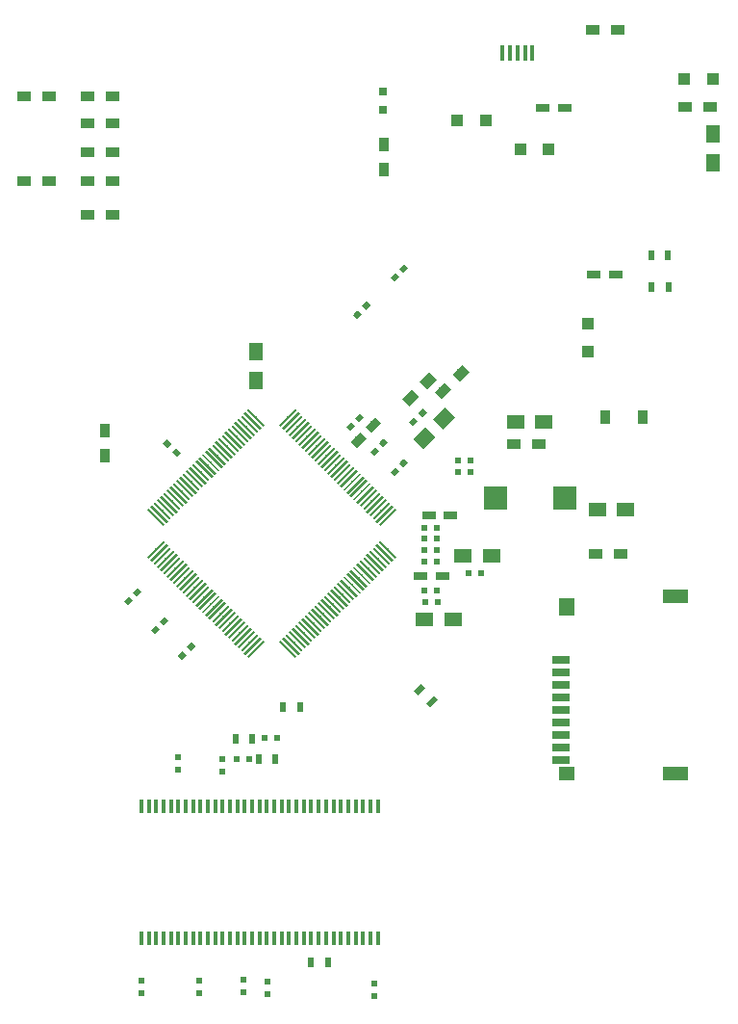
<source format=gtp>
G04 #@! TF.GenerationSoftware,KiCad,Pcbnew,(2017-06-28 revision 2237de015)-makepkg*
G04 #@! TF.CreationDate,2017-08-27T19:53:26+05:30*
G04 #@! TF.ProjectId,MyIMX233,4D79494D583233332E6B696361645F70,rev?*
G04 #@! TF.SameCoordinates,Original
G04 #@! TF.FileFunction,Paste,Top*
G04 #@! TF.FilePolarity,Positive*
%FSLAX46Y46*%
G04 Gerber Fmt 4.6, Leading zero omitted, Abs format (unit mm)*
G04 Created by KiCad (PCBNEW (2017-06-28 revision 2237de015)-makepkg) date 08/27/17 19:53:26*
%MOMM*%
%LPD*%
G01*
G04 APERTURE LIST*
%ADD10C,0.100000*%
%ADD11R,0.500000X0.900000*%
%ADD12R,1.200000X0.900000*%
%ADD13R,1.000000X1.000000*%
%ADD14R,1.200000X0.750000*%
%ADD15R,0.900000X1.200000*%
%ADD16C,0.500000*%
%ADD17R,1.600000X0.700000*%
%ADD18R,1.400000X1.200000*%
%ADD19R,1.400000X1.600000*%
%ADD20R,2.200000X1.200000*%
%ADD21C,0.200000*%
%ADD22R,0.400000X1.350000*%
%ADD23R,0.800000X0.800000*%
%ADD24R,0.600000X0.500000*%
%ADD25C,0.750000*%
%ADD26R,1.250000X1.500000*%
%ADD27C,0.900000*%
%ADD28R,1.500000X1.250000*%
%ADD29R,0.320040X1.168400*%
%ADD30R,1.998980X1.998980*%
%ADD31R,0.500000X0.600000*%
%ADD32C,1.250000*%
G04 APERTURE END LIST*
D10*
D11*
X99492500Y-114173000D03*
X97992500Y-114173000D03*
D12*
X133393000Y-61404500D03*
X135593000Y-61404500D03*
X118280000Y-91084400D03*
X120480000Y-91084400D03*
D13*
X135806500Y-58928000D03*
X133306500Y-58928000D03*
D14*
X127254000Y-76136500D03*
X125354000Y-76136500D03*
D12*
X127465000Y-54610000D03*
X125265000Y-54610000D03*
D15*
X126366000Y-88646000D03*
X129666000Y-88646000D03*
D16*
X110023170Y-112626670D03*
D10*
G36*
X109528195Y-112768091D02*
X110164591Y-112131695D01*
X110518145Y-112485249D01*
X109881749Y-113121645D01*
X109528195Y-112768091D01*
X109528195Y-112768091D01*
G37*
D16*
X111083830Y-113687330D03*
D10*
G36*
X110588855Y-113828751D02*
X111225251Y-113192355D01*
X111578805Y-113545909D01*
X110942409Y-114182305D01*
X110588855Y-113828751D01*
X110588855Y-113828751D01*
G37*
D11*
X101969000Y-136588500D03*
X100469000Y-136588500D03*
D17*
X122428000Y-112225000D03*
X122428000Y-111125000D03*
X122428000Y-110025000D03*
X122428000Y-113325000D03*
X122428000Y-114425000D03*
X122428000Y-115525000D03*
X122428000Y-117725000D03*
X122428000Y-116625000D03*
X122428000Y-118825000D03*
D18*
X122928000Y-119975000D03*
D19*
X122928000Y-105375000D03*
D20*
X132528000Y-119975000D03*
X132528000Y-104475000D03*
D21*
X98410464Y-88718912D03*
D10*
G36*
X97774068Y-89496729D02*
X97632647Y-89355308D01*
X99046860Y-87941095D01*
X99188281Y-88082516D01*
X97774068Y-89496729D01*
X97774068Y-89496729D01*
G37*
D21*
X98693306Y-89001755D03*
D10*
G36*
X98056910Y-89779572D02*
X97915489Y-89638151D01*
X99329702Y-88223938D01*
X99471123Y-88365359D01*
X98056910Y-89779572D01*
X98056910Y-89779572D01*
G37*
D21*
X98976149Y-89284598D03*
D10*
G36*
X98339753Y-90062415D02*
X98198332Y-89920994D01*
X99612545Y-88506781D01*
X99753966Y-88648202D01*
X98339753Y-90062415D01*
X98339753Y-90062415D01*
G37*
D21*
X99258992Y-89567440D03*
D10*
G36*
X98622596Y-90345257D02*
X98481175Y-90203836D01*
X99895388Y-88789623D01*
X100036809Y-88931044D01*
X98622596Y-90345257D01*
X98622596Y-90345257D01*
G37*
D21*
X99541834Y-89850283D03*
D10*
G36*
X98905438Y-90628100D02*
X98764017Y-90486679D01*
X100178230Y-89072466D01*
X100319651Y-89213887D01*
X98905438Y-90628100D01*
X98905438Y-90628100D01*
G37*
D21*
X99824677Y-90133126D03*
D10*
G36*
X99188281Y-90910943D02*
X99046860Y-90769522D01*
X100461073Y-89355309D01*
X100602494Y-89496730D01*
X99188281Y-90910943D01*
X99188281Y-90910943D01*
G37*
D21*
X100107520Y-90415969D03*
D10*
G36*
X99471124Y-91193786D02*
X99329703Y-91052365D01*
X100743916Y-89638152D01*
X100885337Y-89779573D01*
X99471124Y-91193786D01*
X99471124Y-91193786D01*
G37*
D21*
X100390363Y-90698811D03*
D10*
G36*
X99753967Y-91476628D02*
X99612546Y-91335207D01*
X101026759Y-89920994D01*
X101168180Y-90062415D01*
X99753967Y-91476628D01*
X99753967Y-91476628D01*
G37*
D21*
X100673205Y-90981654D03*
D10*
G36*
X100036809Y-91759471D02*
X99895388Y-91618050D01*
X101309601Y-90203837D01*
X101451022Y-90345258D01*
X100036809Y-91759471D01*
X100036809Y-91759471D01*
G37*
D21*
X100956048Y-91264497D03*
D10*
G36*
X100319652Y-92042314D02*
X100178231Y-91900893D01*
X101592444Y-90486680D01*
X101733865Y-90628101D01*
X100319652Y-92042314D01*
X100319652Y-92042314D01*
G37*
D21*
X101238891Y-91547339D03*
D10*
G36*
X100602495Y-92325156D02*
X100461074Y-92183735D01*
X101875287Y-90769522D01*
X102016708Y-90910943D01*
X100602495Y-92325156D01*
X100602495Y-92325156D01*
G37*
D21*
X101521733Y-91830182D03*
D10*
G36*
X100885337Y-92607999D02*
X100743916Y-92466578D01*
X102158129Y-91052365D01*
X102299550Y-91193786D01*
X100885337Y-92607999D01*
X100885337Y-92607999D01*
G37*
D21*
X101804576Y-92113025D03*
D10*
G36*
X101168180Y-92890842D02*
X101026759Y-92749421D01*
X102440972Y-91335208D01*
X102582393Y-91476629D01*
X101168180Y-92890842D01*
X101168180Y-92890842D01*
G37*
D21*
X102087419Y-92395868D03*
D10*
G36*
X101451023Y-93173685D02*
X101309602Y-93032264D01*
X102723815Y-91618051D01*
X102865236Y-91759472D01*
X101451023Y-93173685D01*
X101451023Y-93173685D01*
G37*
D21*
X102370262Y-92678710D03*
D10*
G36*
X101733866Y-93456527D02*
X101592445Y-93315106D01*
X103006658Y-91900893D01*
X103148079Y-92042314D01*
X101733866Y-93456527D01*
X101733866Y-93456527D01*
G37*
D21*
X102653104Y-92961553D03*
D10*
G36*
X102016708Y-93739370D02*
X101875287Y-93597949D01*
X103289500Y-92183736D01*
X103430921Y-92325157D01*
X102016708Y-93739370D01*
X102016708Y-93739370D01*
G37*
D21*
X102935947Y-93244396D03*
D10*
G36*
X102299551Y-94022213D02*
X102158130Y-93880792D01*
X103572343Y-92466579D01*
X103713764Y-92608000D01*
X102299551Y-94022213D01*
X102299551Y-94022213D01*
G37*
D21*
X103218790Y-93527238D03*
D10*
G36*
X102582394Y-94305055D02*
X102440973Y-94163634D01*
X103855186Y-92749421D01*
X103996607Y-92890842D01*
X102582394Y-94305055D01*
X102582394Y-94305055D01*
G37*
D21*
X103501632Y-93810081D03*
D10*
G36*
X102865236Y-94587898D02*
X102723815Y-94446477D01*
X104138028Y-93032264D01*
X104279449Y-93173685D01*
X102865236Y-94587898D01*
X102865236Y-94587898D01*
G37*
D21*
X103784475Y-94092924D03*
D10*
G36*
X103148079Y-94870741D02*
X103006658Y-94729320D01*
X104420871Y-93315107D01*
X104562292Y-93456528D01*
X103148079Y-94870741D01*
X103148079Y-94870741D01*
G37*
D21*
X104067318Y-94375767D03*
D10*
G36*
X103430922Y-95153584D02*
X103289501Y-95012163D01*
X104703714Y-93597950D01*
X104845135Y-93739371D01*
X103430922Y-95153584D01*
X103430922Y-95153584D01*
G37*
D21*
X104350161Y-94658609D03*
D10*
G36*
X103713765Y-95436426D02*
X103572344Y-95295005D01*
X104986557Y-93880792D01*
X105127978Y-94022213D01*
X103713765Y-95436426D01*
X103713765Y-95436426D01*
G37*
D21*
X104633003Y-94941452D03*
D10*
G36*
X103996607Y-95719269D02*
X103855186Y-95577848D01*
X105269399Y-94163635D01*
X105410820Y-94305056D01*
X103996607Y-95719269D01*
X103996607Y-95719269D01*
G37*
D21*
X104915846Y-95224295D03*
D10*
G36*
X104279450Y-96002112D02*
X104138029Y-95860691D01*
X105552242Y-94446478D01*
X105693663Y-94587899D01*
X104279450Y-96002112D01*
X104279450Y-96002112D01*
G37*
D21*
X105198689Y-95507137D03*
D10*
G36*
X104562293Y-96284954D02*
X104420872Y-96143533D01*
X105835085Y-94729320D01*
X105976506Y-94870741D01*
X104562293Y-96284954D01*
X104562293Y-96284954D01*
G37*
D21*
X105481531Y-95789980D03*
D10*
G36*
X104845135Y-96567797D02*
X104703714Y-96426376D01*
X106117927Y-95012163D01*
X106259348Y-95153584D01*
X104845135Y-96567797D01*
X104845135Y-96567797D01*
G37*
D21*
X105764374Y-96072823D03*
D10*
G36*
X105127978Y-96850640D02*
X104986557Y-96709219D01*
X106400770Y-95295006D01*
X106542191Y-95436427D01*
X105127978Y-96850640D01*
X105127978Y-96850640D01*
G37*
D21*
X106047217Y-96355666D03*
D10*
G36*
X105410821Y-97133483D02*
X105269400Y-96992062D01*
X106683613Y-95577849D01*
X106825034Y-95719270D01*
X105410821Y-97133483D01*
X105410821Y-97133483D01*
G37*
D21*
X106330060Y-96638508D03*
D10*
G36*
X105693664Y-97416325D02*
X105552243Y-97274904D01*
X106966456Y-95860691D01*
X107107877Y-96002112D01*
X105693664Y-97416325D01*
X105693664Y-97416325D01*
G37*
D21*
X106612902Y-96921351D03*
D10*
G36*
X105976506Y-97699168D02*
X105835085Y-97557747D01*
X107249298Y-96143534D01*
X107390719Y-96284955D01*
X105976506Y-97699168D01*
X105976506Y-97699168D01*
G37*
D21*
X106895745Y-97204194D03*
D10*
G36*
X106259349Y-97982011D02*
X106117928Y-97840590D01*
X107532141Y-96426377D01*
X107673562Y-96567798D01*
X106259349Y-97982011D01*
X106259349Y-97982011D01*
G37*
D21*
X107178588Y-97487036D03*
D10*
G36*
X106542192Y-98264853D02*
X106400771Y-98123432D01*
X107814984Y-96709219D01*
X107956405Y-96850640D01*
X106542192Y-98264853D01*
X106542192Y-98264853D01*
G37*
D21*
X107178588Y-100315464D03*
D10*
G36*
X106400771Y-99679068D02*
X106542192Y-99537647D01*
X107956405Y-100951860D01*
X107814984Y-101093281D01*
X106400771Y-99679068D01*
X106400771Y-99679068D01*
G37*
D21*
X106895745Y-100598306D03*
D10*
G36*
X106117928Y-99961910D02*
X106259349Y-99820489D01*
X107673562Y-101234702D01*
X107532141Y-101376123D01*
X106117928Y-99961910D01*
X106117928Y-99961910D01*
G37*
D21*
X106612902Y-100881149D03*
D10*
G36*
X105835085Y-100244753D02*
X105976506Y-100103332D01*
X107390719Y-101517545D01*
X107249298Y-101658966D01*
X105835085Y-100244753D01*
X105835085Y-100244753D01*
G37*
D21*
X106330060Y-101163992D03*
D10*
G36*
X105552243Y-100527596D02*
X105693664Y-100386175D01*
X107107877Y-101800388D01*
X106966456Y-101941809D01*
X105552243Y-100527596D01*
X105552243Y-100527596D01*
G37*
D21*
X106047217Y-101446834D03*
D10*
G36*
X105269400Y-100810438D02*
X105410821Y-100669017D01*
X106825034Y-102083230D01*
X106683613Y-102224651D01*
X105269400Y-100810438D01*
X105269400Y-100810438D01*
G37*
D21*
X105764374Y-101729677D03*
D10*
G36*
X104986557Y-101093281D02*
X105127978Y-100951860D01*
X106542191Y-102366073D01*
X106400770Y-102507494D01*
X104986557Y-101093281D01*
X104986557Y-101093281D01*
G37*
D21*
X105481531Y-102012520D03*
D10*
G36*
X104703714Y-101376124D02*
X104845135Y-101234703D01*
X106259348Y-102648916D01*
X106117927Y-102790337D01*
X104703714Y-101376124D01*
X104703714Y-101376124D01*
G37*
D21*
X105198689Y-102295363D03*
D10*
G36*
X104420872Y-101658967D02*
X104562293Y-101517546D01*
X105976506Y-102931759D01*
X105835085Y-103073180D01*
X104420872Y-101658967D01*
X104420872Y-101658967D01*
G37*
D21*
X104915846Y-102578205D03*
D10*
G36*
X104138029Y-101941809D02*
X104279450Y-101800388D01*
X105693663Y-103214601D01*
X105552242Y-103356022D01*
X104138029Y-101941809D01*
X104138029Y-101941809D01*
G37*
D21*
X104633003Y-102861048D03*
D10*
G36*
X103855186Y-102224652D02*
X103996607Y-102083231D01*
X105410820Y-103497444D01*
X105269399Y-103638865D01*
X103855186Y-102224652D01*
X103855186Y-102224652D01*
G37*
D21*
X104350161Y-103143891D03*
D10*
G36*
X103572344Y-102507495D02*
X103713765Y-102366074D01*
X105127978Y-103780287D01*
X104986557Y-103921708D01*
X103572344Y-102507495D01*
X103572344Y-102507495D01*
G37*
D21*
X104067318Y-103426733D03*
D10*
G36*
X103289501Y-102790337D02*
X103430922Y-102648916D01*
X104845135Y-104063129D01*
X104703714Y-104204550D01*
X103289501Y-102790337D01*
X103289501Y-102790337D01*
G37*
D21*
X103784475Y-103709576D03*
D10*
G36*
X103006658Y-103073180D02*
X103148079Y-102931759D01*
X104562292Y-104345972D01*
X104420871Y-104487393D01*
X103006658Y-103073180D01*
X103006658Y-103073180D01*
G37*
D21*
X103501632Y-103992419D03*
D10*
G36*
X102723815Y-103356023D02*
X102865236Y-103214602D01*
X104279449Y-104628815D01*
X104138028Y-104770236D01*
X102723815Y-103356023D01*
X102723815Y-103356023D01*
G37*
D21*
X103218790Y-104275262D03*
D10*
G36*
X102440973Y-103638866D02*
X102582394Y-103497445D01*
X103996607Y-104911658D01*
X103855186Y-105053079D01*
X102440973Y-103638866D01*
X102440973Y-103638866D01*
G37*
D21*
X102935947Y-104558104D03*
D10*
G36*
X102158130Y-103921708D02*
X102299551Y-103780287D01*
X103713764Y-105194500D01*
X103572343Y-105335921D01*
X102158130Y-103921708D01*
X102158130Y-103921708D01*
G37*
D21*
X102653104Y-104840947D03*
D10*
G36*
X101875287Y-104204551D02*
X102016708Y-104063130D01*
X103430921Y-105477343D01*
X103289500Y-105618764D01*
X101875287Y-104204551D01*
X101875287Y-104204551D01*
G37*
D21*
X102370262Y-105123790D03*
D10*
G36*
X101592445Y-104487394D02*
X101733866Y-104345973D01*
X103148079Y-105760186D01*
X103006658Y-105901607D01*
X101592445Y-104487394D01*
X101592445Y-104487394D01*
G37*
D21*
X102087419Y-105406632D03*
D10*
G36*
X101309602Y-104770236D02*
X101451023Y-104628815D01*
X102865236Y-106043028D01*
X102723815Y-106184449D01*
X101309602Y-104770236D01*
X101309602Y-104770236D01*
G37*
D21*
X101804576Y-105689475D03*
D10*
G36*
X101026759Y-105053079D02*
X101168180Y-104911658D01*
X102582393Y-106325871D01*
X102440972Y-106467292D01*
X101026759Y-105053079D01*
X101026759Y-105053079D01*
G37*
D21*
X101521733Y-105972318D03*
D10*
G36*
X100743916Y-105335922D02*
X100885337Y-105194501D01*
X102299550Y-106608714D01*
X102158129Y-106750135D01*
X100743916Y-105335922D01*
X100743916Y-105335922D01*
G37*
D21*
X101238891Y-106255161D03*
D10*
G36*
X100461074Y-105618765D02*
X100602495Y-105477344D01*
X102016708Y-106891557D01*
X101875287Y-107032978D01*
X100461074Y-105618765D01*
X100461074Y-105618765D01*
G37*
D21*
X100956048Y-106538003D03*
D10*
G36*
X100178231Y-105901607D02*
X100319652Y-105760186D01*
X101733865Y-107174399D01*
X101592444Y-107315820D01*
X100178231Y-105901607D01*
X100178231Y-105901607D01*
G37*
D21*
X100673205Y-106820846D03*
D10*
G36*
X99895388Y-106184450D02*
X100036809Y-106043029D01*
X101451022Y-107457242D01*
X101309601Y-107598663D01*
X99895388Y-106184450D01*
X99895388Y-106184450D01*
G37*
D21*
X100390363Y-107103689D03*
D10*
G36*
X99612546Y-106467293D02*
X99753967Y-106325872D01*
X101168180Y-107740085D01*
X101026759Y-107881506D01*
X99612546Y-106467293D01*
X99612546Y-106467293D01*
G37*
D21*
X100107520Y-107386531D03*
D10*
G36*
X99329703Y-106750135D02*
X99471124Y-106608714D01*
X100885337Y-108022927D01*
X100743916Y-108164348D01*
X99329703Y-106750135D01*
X99329703Y-106750135D01*
G37*
D21*
X99824677Y-107669374D03*
D10*
G36*
X99046860Y-107032978D02*
X99188281Y-106891557D01*
X100602494Y-108305770D01*
X100461073Y-108447191D01*
X99046860Y-107032978D01*
X99046860Y-107032978D01*
G37*
D21*
X99541834Y-107952217D03*
D10*
G36*
X98764017Y-107315821D02*
X98905438Y-107174400D01*
X100319651Y-108588613D01*
X100178230Y-108730034D01*
X98764017Y-107315821D01*
X98764017Y-107315821D01*
G37*
D21*
X99258992Y-108235060D03*
D10*
G36*
X98481175Y-107598664D02*
X98622596Y-107457243D01*
X100036809Y-108871456D01*
X99895388Y-109012877D01*
X98481175Y-107598664D01*
X98481175Y-107598664D01*
G37*
D21*
X98976149Y-108517902D03*
D10*
G36*
X98198332Y-107881506D02*
X98339753Y-107740085D01*
X99753966Y-109154298D01*
X99612545Y-109295719D01*
X98198332Y-107881506D01*
X98198332Y-107881506D01*
G37*
D21*
X98693306Y-108800745D03*
D10*
G36*
X97915489Y-108164349D02*
X98056910Y-108022928D01*
X99471123Y-109437141D01*
X99329702Y-109578562D01*
X97915489Y-108164349D01*
X97915489Y-108164349D01*
G37*
D21*
X98410464Y-109083588D03*
D10*
G36*
X97632647Y-108447192D02*
X97774068Y-108305771D01*
X99188281Y-109719984D01*
X99046860Y-109861405D01*
X97632647Y-108447192D01*
X97632647Y-108447192D01*
G37*
D21*
X95582036Y-109083588D03*
D10*
G36*
X94945640Y-109861405D02*
X94804219Y-109719984D01*
X96218432Y-108305771D01*
X96359853Y-108447192D01*
X94945640Y-109861405D01*
X94945640Y-109861405D01*
G37*
D21*
X95299194Y-108800745D03*
D10*
G36*
X94662798Y-109578562D02*
X94521377Y-109437141D01*
X95935590Y-108022928D01*
X96077011Y-108164349D01*
X94662798Y-109578562D01*
X94662798Y-109578562D01*
G37*
D21*
X95016351Y-108517902D03*
D10*
G36*
X94379955Y-109295719D02*
X94238534Y-109154298D01*
X95652747Y-107740085D01*
X95794168Y-107881506D01*
X94379955Y-109295719D01*
X94379955Y-109295719D01*
G37*
D21*
X94733508Y-108235060D03*
D10*
G36*
X94097112Y-109012877D02*
X93955691Y-108871456D01*
X95369904Y-107457243D01*
X95511325Y-107598664D01*
X94097112Y-109012877D01*
X94097112Y-109012877D01*
G37*
D21*
X94450666Y-107952217D03*
D10*
G36*
X93814270Y-108730034D02*
X93672849Y-108588613D01*
X95087062Y-107174400D01*
X95228483Y-107315821D01*
X93814270Y-108730034D01*
X93814270Y-108730034D01*
G37*
D21*
X94167823Y-107669374D03*
D10*
G36*
X93531427Y-108447191D02*
X93390006Y-108305770D01*
X94804219Y-106891557D01*
X94945640Y-107032978D01*
X93531427Y-108447191D01*
X93531427Y-108447191D01*
G37*
D21*
X93884980Y-107386531D03*
D10*
G36*
X93248584Y-108164348D02*
X93107163Y-108022927D01*
X94521376Y-106608714D01*
X94662797Y-106750135D01*
X93248584Y-108164348D01*
X93248584Y-108164348D01*
G37*
D21*
X93602137Y-107103689D03*
D10*
G36*
X92965741Y-107881506D02*
X92824320Y-107740085D01*
X94238533Y-106325872D01*
X94379954Y-106467293D01*
X92965741Y-107881506D01*
X92965741Y-107881506D01*
G37*
D21*
X93319295Y-106820846D03*
D10*
G36*
X92682899Y-107598663D02*
X92541478Y-107457242D01*
X93955691Y-106043029D01*
X94097112Y-106184450D01*
X92682899Y-107598663D01*
X92682899Y-107598663D01*
G37*
D21*
X93036452Y-106538003D03*
D10*
G36*
X92400056Y-107315820D02*
X92258635Y-107174399D01*
X93672848Y-105760186D01*
X93814269Y-105901607D01*
X92400056Y-107315820D01*
X92400056Y-107315820D01*
G37*
D21*
X92753609Y-106255161D03*
D10*
G36*
X92117213Y-107032978D02*
X91975792Y-106891557D01*
X93390005Y-105477344D01*
X93531426Y-105618765D01*
X92117213Y-107032978D01*
X92117213Y-107032978D01*
G37*
D21*
X92470767Y-105972318D03*
D10*
G36*
X91834371Y-106750135D02*
X91692950Y-106608714D01*
X93107163Y-105194501D01*
X93248584Y-105335922D01*
X91834371Y-106750135D01*
X91834371Y-106750135D01*
G37*
D21*
X92187924Y-105689475D03*
D10*
G36*
X91551528Y-106467292D02*
X91410107Y-106325871D01*
X92824320Y-104911658D01*
X92965741Y-105053079D01*
X91551528Y-106467292D01*
X91551528Y-106467292D01*
G37*
D21*
X91905081Y-105406632D03*
D10*
G36*
X91268685Y-106184449D02*
X91127264Y-106043028D01*
X92541477Y-104628815D01*
X92682898Y-104770236D01*
X91268685Y-106184449D01*
X91268685Y-106184449D01*
G37*
D21*
X91622238Y-105123790D03*
D10*
G36*
X90985842Y-105901607D02*
X90844421Y-105760186D01*
X92258634Y-104345973D01*
X92400055Y-104487394D01*
X90985842Y-105901607D01*
X90985842Y-105901607D01*
G37*
D21*
X91339396Y-104840947D03*
D10*
G36*
X90703000Y-105618764D02*
X90561579Y-105477343D01*
X91975792Y-104063130D01*
X92117213Y-104204551D01*
X90703000Y-105618764D01*
X90703000Y-105618764D01*
G37*
D21*
X91056553Y-104558104D03*
D10*
G36*
X90420157Y-105335921D02*
X90278736Y-105194500D01*
X91692949Y-103780287D01*
X91834370Y-103921708D01*
X90420157Y-105335921D01*
X90420157Y-105335921D01*
G37*
D21*
X90773710Y-104275262D03*
D10*
G36*
X90137314Y-105053079D02*
X89995893Y-104911658D01*
X91410106Y-103497445D01*
X91551527Y-103638866D01*
X90137314Y-105053079D01*
X90137314Y-105053079D01*
G37*
D21*
X90490868Y-103992419D03*
D10*
G36*
X89854472Y-104770236D02*
X89713051Y-104628815D01*
X91127264Y-103214602D01*
X91268685Y-103356023D01*
X89854472Y-104770236D01*
X89854472Y-104770236D01*
G37*
D21*
X90208025Y-103709576D03*
D10*
G36*
X89571629Y-104487393D02*
X89430208Y-104345972D01*
X90844421Y-102931759D01*
X90985842Y-103073180D01*
X89571629Y-104487393D01*
X89571629Y-104487393D01*
G37*
D21*
X89925182Y-103426733D03*
D10*
G36*
X89288786Y-104204550D02*
X89147365Y-104063129D01*
X90561578Y-102648916D01*
X90702999Y-102790337D01*
X89288786Y-104204550D01*
X89288786Y-104204550D01*
G37*
D21*
X89642339Y-103143891D03*
D10*
G36*
X89005943Y-103921708D02*
X88864522Y-103780287D01*
X90278735Y-102366074D01*
X90420156Y-102507495D01*
X89005943Y-103921708D01*
X89005943Y-103921708D01*
G37*
D21*
X89359497Y-102861048D03*
D10*
G36*
X88723101Y-103638865D02*
X88581680Y-103497444D01*
X89995893Y-102083231D01*
X90137314Y-102224652D01*
X88723101Y-103638865D01*
X88723101Y-103638865D01*
G37*
D21*
X89076654Y-102578205D03*
D10*
G36*
X88440258Y-103356022D02*
X88298837Y-103214601D01*
X89713050Y-101800388D01*
X89854471Y-101941809D01*
X88440258Y-103356022D01*
X88440258Y-103356022D01*
G37*
D21*
X88793811Y-102295363D03*
D10*
G36*
X88157415Y-103073180D02*
X88015994Y-102931759D01*
X89430207Y-101517546D01*
X89571628Y-101658967D01*
X88157415Y-103073180D01*
X88157415Y-103073180D01*
G37*
D21*
X88510969Y-102012520D03*
D10*
G36*
X87874573Y-102790337D02*
X87733152Y-102648916D01*
X89147365Y-101234703D01*
X89288786Y-101376124D01*
X87874573Y-102790337D01*
X87874573Y-102790337D01*
G37*
D21*
X88228126Y-101729677D03*
D10*
G36*
X87591730Y-102507494D02*
X87450309Y-102366073D01*
X88864522Y-100951860D01*
X89005943Y-101093281D01*
X87591730Y-102507494D01*
X87591730Y-102507494D01*
G37*
D21*
X87945283Y-101446834D03*
D10*
G36*
X87308887Y-102224651D02*
X87167466Y-102083230D01*
X88581679Y-100669017D01*
X88723100Y-100810438D01*
X87308887Y-102224651D01*
X87308887Y-102224651D01*
G37*
D21*
X87662440Y-101163992D03*
D10*
G36*
X87026044Y-101941809D02*
X86884623Y-101800388D01*
X88298836Y-100386175D01*
X88440257Y-100527596D01*
X87026044Y-101941809D01*
X87026044Y-101941809D01*
G37*
D21*
X87379598Y-100881149D03*
D10*
G36*
X86743202Y-101658966D02*
X86601781Y-101517545D01*
X88015994Y-100103332D01*
X88157415Y-100244753D01*
X86743202Y-101658966D01*
X86743202Y-101658966D01*
G37*
D21*
X87096755Y-100598306D03*
D10*
G36*
X86460359Y-101376123D02*
X86318938Y-101234702D01*
X87733151Y-99820489D01*
X87874572Y-99961910D01*
X86460359Y-101376123D01*
X86460359Y-101376123D01*
G37*
D21*
X86813912Y-100315464D03*
D10*
G36*
X86177516Y-101093281D02*
X86036095Y-100951860D01*
X87450308Y-99537647D01*
X87591729Y-99679068D01*
X86177516Y-101093281D01*
X86177516Y-101093281D01*
G37*
D21*
X86813912Y-97487036D03*
D10*
G36*
X86036095Y-96850640D02*
X86177516Y-96709219D01*
X87591729Y-98123432D01*
X87450308Y-98264853D01*
X86036095Y-96850640D01*
X86036095Y-96850640D01*
G37*
D21*
X87096755Y-97204194D03*
D10*
G36*
X86318938Y-96567798D02*
X86460359Y-96426377D01*
X87874572Y-97840590D01*
X87733151Y-97982011D01*
X86318938Y-96567798D01*
X86318938Y-96567798D01*
G37*
D21*
X87379598Y-96921351D03*
D10*
G36*
X86601781Y-96284955D02*
X86743202Y-96143534D01*
X88157415Y-97557747D01*
X88015994Y-97699168D01*
X86601781Y-96284955D01*
X86601781Y-96284955D01*
G37*
D21*
X87662440Y-96638508D03*
D10*
G36*
X86884623Y-96002112D02*
X87026044Y-95860691D01*
X88440257Y-97274904D01*
X88298836Y-97416325D01*
X86884623Y-96002112D01*
X86884623Y-96002112D01*
G37*
D21*
X87945283Y-96355666D03*
D10*
G36*
X87167466Y-95719270D02*
X87308887Y-95577849D01*
X88723100Y-96992062D01*
X88581679Y-97133483D01*
X87167466Y-95719270D01*
X87167466Y-95719270D01*
G37*
D21*
X88228126Y-96072823D03*
D10*
G36*
X87450309Y-95436427D02*
X87591730Y-95295006D01*
X89005943Y-96709219D01*
X88864522Y-96850640D01*
X87450309Y-95436427D01*
X87450309Y-95436427D01*
G37*
D21*
X88510969Y-95789980D03*
D10*
G36*
X87733152Y-95153584D02*
X87874573Y-95012163D01*
X89288786Y-96426376D01*
X89147365Y-96567797D01*
X87733152Y-95153584D01*
X87733152Y-95153584D01*
G37*
D21*
X88793811Y-95507137D03*
D10*
G36*
X88015994Y-94870741D02*
X88157415Y-94729320D01*
X89571628Y-96143533D01*
X89430207Y-96284954D01*
X88015994Y-94870741D01*
X88015994Y-94870741D01*
G37*
D21*
X89076654Y-95224295D03*
D10*
G36*
X88298837Y-94587899D02*
X88440258Y-94446478D01*
X89854471Y-95860691D01*
X89713050Y-96002112D01*
X88298837Y-94587899D01*
X88298837Y-94587899D01*
G37*
D21*
X89359497Y-94941452D03*
D10*
G36*
X88581680Y-94305056D02*
X88723101Y-94163635D01*
X90137314Y-95577848D01*
X89995893Y-95719269D01*
X88581680Y-94305056D01*
X88581680Y-94305056D01*
G37*
D21*
X89642339Y-94658609D03*
D10*
G36*
X88864522Y-94022213D02*
X89005943Y-93880792D01*
X90420156Y-95295005D01*
X90278735Y-95436426D01*
X88864522Y-94022213D01*
X88864522Y-94022213D01*
G37*
D21*
X89925182Y-94375767D03*
D10*
G36*
X89147365Y-93739371D02*
X89288786Y-93597950D01*
X90702999Y-95012163D01*
X90561578Y-95153584D01*
X89147365Y-93739371D01*
X89147365Y-93739371D01*
G37*
D21*
X90208025Y-94092924D03*
D10*
G36*
X89430208Y-93456528D02*
X89571629Y-93315107D01*
X90985842Y-94729320D01*
X90844421Y-94870741D01*
X89430208Y-93456528D01*
X89430208Y-93456528D01*
G37*
D21*
X90490868Y-93810081D03*
D10*
G36*
X89713051Y-93173685D02*
X89854472Y-93032264D01*
X91268685Y-94446477D01*
X91127264Y-94587898D01*
X89713051Y-93173685D01*
X89713051Y-93173685D01*
G37*
D21*
X90773710Y-93527238D03*
D10*
G36*
X89995893Y-92890842D02*
X90137314Y-92749421D01*
X91551527Y-94163634D01*
X91410106Y-94305055D01*
X89995893Y-92890842D01*
X89995893Y-92890842D01*
G37*
D21*
X91056553Y-93244396D03*
D10*
G36*
X90278736Y-92608000D02*
X90420157Y-92466579D01*
X91834370Y-93880792D01*
X91692949Y-94022213D01*
X90278736Y-92608000D01*
X90278736Y-92608000D01*
G37*
D21*
X91339396Y-92961553D03*
D10*
G36*
X90561579Y-92325157D02*
X90703000Y-92183736D01*
X92117213Y-93597949D01*
X91975792Y-93739370D01*
X90561579Y-92325157D01*
X90561579Y-92325157D01*
G37*
D21*
X91622238Y-92678710D03*
D10*
G36*
X90844421Y-92042314D02*
X90985842Y-91900893D01*
X92400055Y-93315106D01*
X92258634Y-93456527D01*
X90844421Y-92042314D01*
X90844421Y-92042314D01*
G37*
D21*
X91905081Y-92395868D03*
D10*
G36*
X91127264Y-91759472D02*
X91268685Y-91618051D01*
X92682898Y-93032264D01*
X92541477Y-93173685D01*
X91127264Y-91759472D01*
X91127264Y-91759472D01*
G37*
D21*
X92187924Y-92113025D03*
D10*
G36*
X91410107Y-91476629D02*
X91551528Y-91335208D01*
X92965741Y-92749421D01*
X92824320Y-92890842D01*
X91410107Y-91476629D01*
X91410107Y-91476629D01*
G37*
D21*
X92470767Y-91830182D03*
D10*
G36*
X91692950Y-91193786D02*
X91834371Y-91052365D01*
X93248584Y-92466578D01*
X93107163Y-92607999D01*
X91692950Y-91193786D01*
X91692950Y-91193786D01*
G37*
D21*
X92753609Y-91547339D03*
D10*
G36*
X91975792Y-90910943D02*
X92117213Y-90769522D01*
X93531426Y-92183735D01*
X93390005Y-92325156D01*
X91975792Y-90910943D01*
X91975792Y-90910943D01*
G37*
D21*
X93036452Y-91264497D03*
D10*
G36*
X92258635Y-90628101D02*
X92400056Y-90486680D01*
X93814269Y-91900893D01*
X93672848Y-92042314D01*
X92258635Y-90628101D01*
X92258635Y-90628101D01*
G37*
D21*
X93319295Y-90981654D03*
D10*
G36*
X92541478Y-90345258D02*
X92682899Y-90203837D01*
X94097112Y-91618050D01*
X93955691Y-91759471D01*
X92541478Y-90345258D01*
X92541478Y-90345258D01*
G37*
D21*
X93602137Y-90698811D03*
D10*
G36*
X92824320Y-90062415D02*
X92965741Y-89920994D01*
X94379954Y-91335207D01*
X94238533Y-91476628D01*
X92824320Y-90062415D01*
X92824320Y-90062415D01*
G37*
D21*
X93884980Y-90415969D03*
D10*
G36*
X93107163Y-89779573D02*
X93248584Y-89638152D01*
X94662797Y-91052365D01*
X94521376Y-91193786D01*
X93107163Y-89779573D01*
X93107163Y-89779573D01*
G37*
D21*
X94167823Y-90133126D03*
D10*
G36*
X93390006Y-89496730D02*
X93531427Y-89355309D01*
X94945640Y-90769522D01*
X94804219Y-90910943D01*
X93390006Y-89496730D01*
X93390006Y-89496730D01*
G37*
D21*
X94450666Y-89850283D03*
D10*
G36*
X93672849Y-89213887D02*
X93814270Y-89072466D01*
X95228483Y-90486679D01*
X95087062Y-90628100D01*
X93672849Y-89213887D01*
X93672849Y-89213887D01*
G37*
D21*
X94733508Y-89567440D03*
D10*
G36*
X93955691Y-88931044D02*
X94097112Y-88789623D01*
X95511325Y-90203836D01*
X95369904Y-90345257D01*
X93955691Y-88931044D01*
X93955691Y-88931044D01*
G37*
D21*
X95016351Y-89284598D03*
D10*
G36*
X94238534Y-88648202D02*
X94379955Y-88506781D01*
X95794168Y-89920994D01*
X95652747Y-90062415D01*
X94238534Y-88648202D01*
X94238534Y-88648202D01*
G37*
D21*
X95299194Y-89001755D03*
D10*
G36*
X94521377Y-88365359D02*
X94662798Y-88223938D01*
X96077011Y-89638151D01*
X95935590Y-89779572D01*
X94521377Y-88365359D01*
X94521377Y-88365359D01*
G37*
D21*
X95582036Y-88718912D03*
D10*
G36*
X94804219Y-88082516D02*
X94945640Y-87941095D01*
X96359853Y-89355308D01*
X96218432Y-89496729D01*
X94804219Y-88082516D01*
X94804219Y-88082516D01*
G37*
D11*
X131877500Y-74485500D03*
X130377500Y-74485500D03*
X130429000Y-77216000D03*
X131929000Y-77216000D03*
D22*
X119918000Y-56722000D03*
X119268000Y-56722000D03*
X118618000Y-56722000D03*
X117968000Y-56722000D03*
X117318000Y-56722000D03*
D12*
X77427000Y-60452000D03*
X75227000Y-60452000D03*
D15*
X82296000Y-92032000D03*
X82296000Y-89832000D03*
D12*
X83015000Y-60452000D03*
X80815000Y-60452000D03*
X77427000Y-67945000D03*
X75227000Y-67945000D03*
X83015000Y-70866000D03*
X80815000Y-70866000D03*
X80815000Y-62865000D03*
X83015000Y-62865000D03*
X83015000Y-67945000D03*
X80815000Y-67945000D03*
X80815000Y-65405000D03*
X83015000Y-65405000D03*
D13*
X121348500Y-65151000D03*
X118848500Y-65151000D03*
X113304000Y-62611000D03*
X115804000Y-62611000D03*
D23*
X106807000Y-60071000D03*
X106807000Y-61671000D03*
D15*
X106870500Y-64749500D03*
X106870500Y-66949500D03*
D16*
X88590409Y-91765409D03*
D10*
G36*
X88201500Y-91730054D02*
X88555054Y-91376500D01*
X88979318Y-91800764D01*
X88625764Y-92154318D01*
X88201500Y-91730054D01*
X88201500Y-91730054D01*
G37*
D16*
X87812591Y-90987591D03*
D10*
G36*
X87423682Y-90952236D02*
X87777236Y-90598682D01*
X88201500Y-91022946D01*
X87847946Y-91376500D01*
X87423682Y-90952236D01*
X87423682Y-90952236D01*
G37*
D24*
X110448000Y-103886000D03*
X111548000Y-103886000D03*
X110511500Y-104902000D03*
X111611500Y-104902000D03*
D11*
X95833500Y-118745000D03*
X97333500Y-118745000D03*
X93801500Y-116967000D03*
X95301500Y-116967000D03*
D16*
X110243909Y-88320591D03*
D10*
G36*
X110279264Y-87931682D02*
X110632818Y-88285236D01*
X110208554Y-88709500D01*
X109855000Y-88355946D01*
X110279264Y-87931682D01*
X110279264Y-87931682D01*
G37*
D16*
X109466091Y-89098409D03*
D10*
G36*
X109501446Y-88709500D02*
X109855000Y-89063054D01*
X109430736Y-89487318D01*
X109077182Y-89133764D01*
X109501446Y-88709500D01*
X109501446Y-88709500D01*
G37*
D14*
X110111500Y-102679500D03*
X112011500Y-102679500D03*
X110810000Y-97282000D03*
X112710000Y-97282000D03*
X120864500Y-61531500D03*
X122764500Y-61531500D03*
D25*
X105954751Y-89371249D03*
D10*
G36*
X105795652Y-90060678D02*
X105265322Y-89530348D01*
X106113850Y-88681820D01*
X106644180Y-89212150D01*
X105795652Y-90060678D01*
X105795652Y-90060678D01*
G37*
D25*
X104611249Y-90714751D03*
D10*
G36*
X104452150Y-91404180D02*
X103921820Y-90873850D01*
X104770348Y-90025322D01*
X105300678Y-90555652D01*
X104452150Y-91404180D01*
X104452150Y-91404180D01*
G37*
D24*
X114321500Y-102362000D03*
X115421500Y-102362000D03*
X110448000Y-99314000D03*
X111548000Y-99314000D03*
X111548000Y-100393500D03*
X110448000Y-100393500D03*
X114503200Y-92456000D03*
X113403200Y-92456000D03*
D26*
X135839200Y-66304800D03*
X135839200Y-63804800D03*
D13*
X124777500Y-80454500D03*
X124777500Y-82954500D03*
D27*
X109204183Y-87010817D03*
D10*
G36*
X109310249Y-86268355D02*
X109946645Y-86904751D01*
X109098117Y-87753279D01*
X108461721Y-87116883D01*
X109310249Y-86268355D01*
X109310249Y-86268355D01*
G37*
D27*
X110759817Y-85455183D03*
D10*
G36*
X110865883Y-84712721D02*
X111502279Y-85349117D01*
X110653751Y-86197645D01*
X110017355Y-85561249D01*
X110865883Y-84712721D01*
X110865883Y-84712721D01*
G37*
D27*
X112061683Y-86375817D03*
D10*
G36*
X111955617Y-87118279D02*
X111319221Y-86481883D01*
X112167749Y-85633355D01*
X112804145Y-86269751D01*
X111955617Y-87118279D01*
X111955617Y-87118279D01*
G37*
D27*
X113617317Y-84820183D03*
D10*
G36*
X113511251Y-85562645D02*
X112874855Y-84926249D01*
X113723383Y-84077721D01*
X114359779Y-84714117D01*
X113511251Y-85562645D01*
X113511251Y-85562645D01*
G37*
D12*
X127655500Y-100711000D03*
X125455500Y-100711000D03*
D28*
X128143000Y-96837500D03*
X125643000Y-96837500D03*
D29*
X85512910Y-134499350D03*
X85512910Y-122866150D03*
X86163150Y-134499350D03*
X86163150Y-122866150D03*
X86813390Y-134499350D03*
X86813390Y-122866150D03*
X87463630Y-134499350D03*
X87463630Y-122866150D03*
X88113870Y-134499350D03*
X88113870Y-122866150D03*
X88764110Y-134499350D03*
X88764110Y-122866150D03*
X89414350Y-134499350D03*
X89414350Y-122866150D03*
X90064590Y-134499350D03*
X90064590Y-122866150D03*
X90714830Y-134499350D03*
X90714830Y-122866150D03*
X91365070Y-134499350D03*
X91365070Y-122866150D03*
X92015310Y-134499350D03*
X92015310Y-122866150D03*
X92665550Y-134499350D03*
X92665550Y-122866150D03*
X93315790Y-134499350D03*
X93315790Y-122866150D03*
X93966030Y-134499350D03*
X93966030Y-122866150D03*
X94616270Y-134499350D03*
X94616270Y-122866150D03*
X95266510Y-134499350D03*
X95266510Y-122866150D03*
X95916750Y-134499350D03*
X95916750Y-122866150D03*
X96566990Y-134499350D03*
X96566990Y-122866150D03*
X97217230Y-134499350D03*
X97217230Y-122866150D03*
X97867470Y-134499350D03*
X97867470Y-122866150D03*
X98517710Y-134499350D03*
X98517710Y-122866150D03*
X99167950Y-134499350D03*
X99167950Y-122866150D03*
X99818190Y-134499350D03*
X99818190Y-122866150D03*
X100468430Y-134499350D03*
X100468430Y-122866150D03*
X101118670Y-134499350D03*
X101118670Y-122866150D03*
X101768910Y-134499350D03*
X101768910Y-122866150D03*
X102419150Y-134499350D03*
X102419150Y-122866150D03*
X103069390Y-134499350D03*
X103069390Y-122866150D03*
X103719630Y-134499350D03*
X103719630Y-122866150D03*
X104369870Y-134499350D03*
X104369870Y-122866150D03*
X105020110Y-134499350D03*
X105020110Y-122866150D03*
X105670350Y-134499350D03*
X105670350Y-122866150D03*
X106320590Y-134499350D03*
X106320590Y-122866150D03*
D30*
X116713000Y-95758000D03*
X122809000Y-95758000D03*
D24*
X114469000Y-93535500D03*
X113369000Y-93535500D03*
X110448000Y-101346000D03*
X111548000Y-101346000D03*
X111548000Y-98425000D03*
X110448000Y-98425000D03*
D28*
X118454800Y-89103200D03*
X120954800Y-89103200D03*
D16*
X85161409Y-104068591D03*
D10*
G36*
X85126054Y-104457500D02*
X84772500Y-104103946D01*
X85196764Y-103679682D01*
X85550318Y-104033236D01*
X85126054Y-104457500D01*
X85126054Y-104457500D01*
G37*
D16*
X84383591Y-104846409D03*
D10*
G36*
X84348236Y-105235318D02*
X83994682Y-104881764D01*
X84418946Y-104457500D01*
X84772500Y-104811054D01*
X84348236Y-105235318D01*
X84348236Y-105235318D01*
G37*
D16*
X107815091Y-76398409D03*
D10*
G36*
X107850446Y-76009500D02*
X108204000Y-76363054D01*
X107779736Y-76787318D01*
X107426182Y-76433764D01*
X107850446Y-76009500D01*
X107850446Y-76009500D01*
G37*
D16*
X108592909Y-75620591D03*
D10*
G36*
X108628264Y-75231682D02*
X108981818Y-75585236D01*
X108557554Y-76009500D01*
X108204000Y-75655946D01*
X108628264Y-75231682D01*
X108628264Y-75231682D01*
G37*
D31*
X92678250Y-119803000D03*
X92678250Y-118703000D03*
X96615250Y-139392750D03*
X96615250Y-138292750D03*
X106013250Y-138483250D03*
X106013250Y-139583250D03*
X94519750Y-139265750D03*
X94519750Y-138165750D03*
X90646250Y-138229250D03*
X90646250Y-139329250D03*
D24*
X97451000Y-116903500D03*
X96351000Y-116903500D03*
D16*
X108592909Y-92702091D03*
D10*
G36*
X108628264Y-92313182D02*
X108981818Y-92666736D01*
X108557554Y-93091000D01*
X108204000Y-92737446D01*
X108628264Y-92313182D01*
X108628264Y-92313182D01*
G37*
D16*
X107815091Y-93479909D03*
D10*
G36*
X107850446Y-93091000D02*
X108204000Y-93444554D01*
X107779736Y-93868818D01*
X107426182Y-93515264D01*
X107850446Y-93091000D01*
X107850446Y-93091000D01*
G37*
D16*
X89860409Y-108831091D03*
D10*
G36*
X89825054Y-109220000D02*
X89471500Y-108866446D01*
X89895764Y-108442182D01*
X90249318Y-108795736D01*
X89825054Y-109220000D01*
X89825054Y-109220000D01*
G37*
D16*
X89082591Y-109608909D03*
D10*
G36*
X89047236Y-109997818D02*
X88693682Y-109644264D01*
X89117946Y-109220000D01*
X89471500Y-109573554D01*
X89047236Y-109997818D01*
X89047236Y-109997818D01*
G37*
D16*
X86733091Y-107386409D03*
D10*
G36*
X86697736Y-107775318D02*
X86344182Y-107421764D01*
X86768446Y-106997500D01*
X87122000Y-107351054D01*
X86697736Y-107775318D01*
X86697736Y-107775318D01*
G37*
D16*
X87510909Y-106608591D03*
D10*
G36*
X87475554Y-106997500D02*
X87122000Y-106643946D01*
X87546264Y-106219682D01*
X87899818Y-106573236D01*
X87475554Y-106997500D01*
X87475554Y-106997500D01*
G37*
D16*
X106814909Y-90924091D03*
D10*
G36*
X106850264Y-90535182D02*
X107203818Y-90888736D01*
X106779554Y-91313000D01*
X106426000Y-90959446D01*
X106850264Y-90535182D01*
X106850264Y-90535182D01*
G37*
D16*
X106037091Y-91701909D03*
D10*
G36*
X106072446Y-91313000D02*
X106426000Y-91666554D01*
X106001736Y-92090818D01*
X105648182Y-91737264D01*
X106072446Y-91313000D01*
X106072446Y-91313000D01*
G37*
D16*
X104719409Y-88701591D03*
D10*
G36*
X104684054Y-89090500D02*
X104330500Y-88736946D01*
X104754764Y-88312682D01*
X105108318Y-88666236D01*
X104684054Y-89090500D01*
X104684054Y-89090500D01*
G37*
D16*
X103941591Y-89479409D03*
D10*
G36*
X103906236Y-89868318D02*
X103552682Y-89514764D01*
X103976946Y-89090500D01*
X104330500Y-89444054D01*
X103906236Y-89868318D01*
X103906236Y-89868318D01*
G37*
D16*
X105290909Y-78859091D03*
D10*
G36*
X105326264Y-78470182D02*
X105679818Y-78823736D01*
X105255554Y-79248000D01*
X104902000Y-78894446D01*
X105326264Y-78470182D01*
X105326264Y-78470182D01*
G37*
D16*
X104513091Y-79636909D03*
D10*
G36*
X104548446Y-79248000D02*
X104902000Y-79601554D01*
X104477736Y-80025818D01*
X104124182Y-79672264D01*
X104548446Y-79248000D01*
X104548446Y-79248000D01*
G37*
D31*
X85502750Y-139329250D03*
X85502750Y-138229250D03*
X88773000Y-119676000D03*
X88773000Y-118576000D03*
D24*
X94974500Y-118745000D03*
X93874500Y-118745000D03*
D28*
X112946499Y-106426000D03*
X110446501Y-106426000D03*
D32*
X112194266Y-88778117D03*
D10*
G36*
X112282654Y-87805845D02*
X113166538Y-88689729D01*
X112105878Y-89750389D01*
X111221994Y-88866505D01*
X112282654Y-87805845D01*
X112282654Y-87805845D01*
G37*
D32*
X110426500Y-90545883D03*
D10*
G36*
X110514888Y-89573611D02*
X111398772Y-90457495D01*
X110338112Y-91518155D01*
X109454228Y-90634271D01*
X110514888Y-89573611D01*
X110514888Y-89573611D01*
G37*
D28*
X116312000Y-100838000D03*
X113812000Y-100838000D03*
D26*
X95631000Y-85431000D03*
X95631000Y-82931000D03*
M02*

</source>
